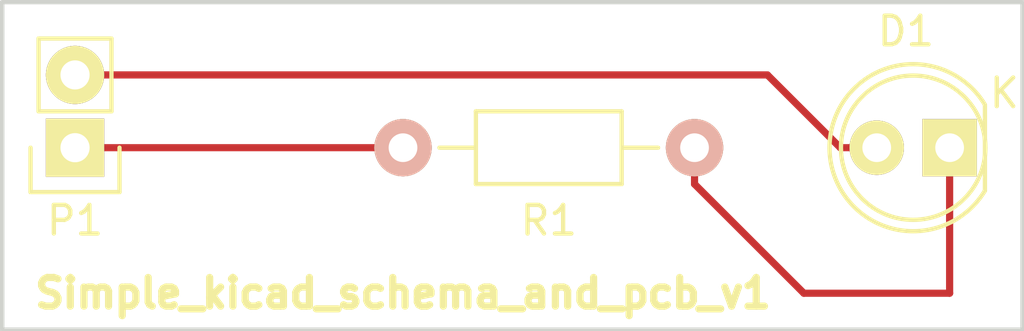
<source format=kicad_pcb>
(kicad_pcb (version 4) (host pcbnew 4.0.1-stable)

  (general
    (links 3)
    (no_connects 0)
    (area 105.334999 83.711 141.045001 95.325001)
    (thickness 1.6)
    (drawings 6)
    (tracks 8)
    (zones 0)
    (modules 3)
    (nets 4)
  )

  (page A4)
  (layers
    (0 F.Cu signal)
    (31 B.Cu signal)
    (32 B.Adhes user)
    (33 F.Adhes user)
    (34 B.Paste user)
    (35 F.Paste user)
    (36 B.SilkS user)
    (37 F.SilkS user)
    (38 B.Mask user)
    (39 F.Mask user)
    (40 Dwgs.User user)
    (41 Cmts.User user)
    (42 Eco1.User user)
    (43 Eco2.User user)
    (44 Edge.Cuts user)
    (45 Margin user)
    (46 B.CrtYd user)
    (47 F.CrtYd user)
    (48 B.Fab user)
    (49 F.Fab user)
  )

  (setup
    (last_trace_width 0.25)
    (trace_clearance 0.2)
    (zone_clearance 0.508)
    (zone_45_only no)
    (trace_min 0.2)
    (segment_width 0.2)
    (edge_width 0.15)
    (via_size 0.6)
    (via_drill 0.4)
    (via_min_size 0.4)
    (via_min_drill 0.3)
    (uvia_size 0.3)
    (uvia_drill 0.1)
    (uvias_allowed no)
    (uvia_min_size 0.2)
    (uvia_min_drill 0.1)
    (pcb_text_width 0.3)
    (pcb_text_size 1.5 1.5)
    (mod_edge_width 0.15)
    (mod_text_size 1 1)
    (mod_text_width 0.15)
    (pad_size 1.524 1.524)
    (pad_drill 0.762)
    (pad_to_mask_clearance 0.2)
    (aux_axis_origin 0 0)
    (visible_elements FFFFFF7F)
    (pcbplotparams
      (layerselection 0x010f0_80000001)
      (usegerberextensions true)
      (excludeedgelayer true)
      (linewidth 0.100000)
      (plotframeref false)
      (viasonmask false)
      (mode 1)
      (useauxorigin false)
      (hpglpennumber 1)
      (hpglpenspeed 20)
      (hpglpendiameter 15)
      (hpglpenoverlay 2)
      (psnegative false)
      (psa4output false)
      (plotreference true)
      (plotvalue true)
      (plotinvisibletext false)
      (padsonsilk false)
      (subtractmaskfromsilk false)
      (outputformat 1)
      (mirror false)
      (drillshape 0)
      (scaleselection 1)
      (outputdirectory output/simple_kicad_schema_and_pcb_v1/))
  )

  (net 0 "")
  (net 1 "Net-(D1-Pad1)")
  (net 2 GND)
  (net 3 VCC)

  (net_class Default "This is the default net class."
    (clearance 0.2)
    (trace_width 0.25)
    (via_dia 0.6)
    (via_drill 0.4)
    (uvia_dia 0.3)
    (uvia_drill 0.1)
    (add_net GND)
    (add_net "Net-(D1-Pad1)")
    (add_net VCC)
  )

  (module LEDs:LED-5MM (layer F.Cu) (tedit 5570F7EA) (tstamp 5688412A)
    (at 138.43 88.9 180)
    (descr "LED 5mm round vertical")
    (tags "LED 5mm round vertical")
    (path /56883C38)
    (fp_text reference D1 (at 1.524 4.064 180) (layer F.SilkS)
      (effects (font (size 1 1) (thickness 0.15)))
    )
    (fp_text value LED (at 1.524 -3.937 180) (layer F.Fab)
      (effects (font (size 1 1) (thickness 0.15)))
    )
    (fp_line (start -1.5 -1.55) (end -1.5 1.55) (layer F.CrtYd) (width 0.05))
    (fp_arc (start 1.3 0) (end -1.5 1.55) (angle -302) (layer F.CrtYd) (width 0.05))
    (fp_arc (start 1.27 0) (end -1.23 -1.5) (angle 297.5) (layer F.SilkS) (width 0.15))
    (fp_line (start -1.23 1.5) (end -1.23 -1.5) (layer F.SilkS) (width 0.15))
    (fp_circle (center 1.27 0) (end 0.97 -2.5) (layer F.SilkS) (width 0.15))
    (fp_text user K (at -1.905 1.905 180) (layer F.SilkS)
      (effects (font (size 1 1) (thickness 0.15)))
    )
    (pad 1 thru_hole rect (at 0 0 270) (size 2 1.9) (drill 1.00076) (layers *.Cu *.Mask F.SilkS)
      (net 1 "Net-(D1-Pad1)"))
    (pad 2 thru_hole circle (at 2.54 0 180) (size 1.9 1.9) (drill 1.00076) (layers *.Cu *.Mask F.SilkS)
      (net 2 GND))
    (model LEDs.3dshapes/LED-5MM.wrl
      (at (xyz 0.05 0 0))
      (scale (xyz 1 1 1))
      (rotate (xyz 0 0 90))
    )
  )

  (module Pin_Headers:Pin_Header_Straight_1x02 (layer F.Cu) (tedit 56884778) (tstamp 56884130)
    (at 107.95 88.9 180)
    (descr "Through hole pin header")
    (tags "pin header")
    (path /56883E2A)
    (fp_text reference P1 (at 0 -2.54 180) (layer F.SilkS)
      (effects (font (size 1 1) (thickness 0.15)))
    )
    (fp_text value Power (at -3.81 2.54 180) (layer F.Fab)
      (effects (font (size 1 1) (thickness 0.15)))
    )
    (fp_line (start 1.27 1.27) (end 1.27 3.81) (layer F.SilkS) (width 0.15))
    (fp_line (start 1.55 -1.55) (end 1.55 0) (layer F.SilkS) (width 0.15))
    (fp_line (start -1.75 -1.75) (end -1.75 4.3) (layer F.CrtYd) (width 0.05))
    (fp_line (start 1.75 -1.75) (end 1.75 4.3) (layer F.CrtYd) (width 0.05))
    (fp_line (start -1.75 -1.75) (end 1.75 -1.75) (layer F.CrtYd) (width 0.05))
    (fp_line (start -1.75 4.3) (end 1.75 4.3) (layer F.CrtYd) (width 0.05))
    (fp_line (start 1.27 1.27) (end -1.27 1.27) (layer F.SilkS) (width 0.15))
    (fp_line (start -1.55 0) (end -1.55 -1.55) (layer F.SilkS) (width 0.15))
    (fp_line (start -1.55 -1.55) (end 1.55 -1.55) (layer F.SilkS) (width 0.15))
    (fp_line (start -1.27 1.27) (end -1.27 3.81) (layer F.SilkS) (width 0.15))
    (fp_line (start -1.27 3.81) (end 1.27 3.81) (layer F.SilkS) (width 0.15))
    (pad 1 thru_hole rect (at 0 0 180) (size 2.032 2.032) (drill 1.016) (layers *.Cu *.Mask F.SilkS)
      (net 3 VCC))
    (pad 2 thru_hole oval (at 0 2.54 180) (size 2.032 2.032) (drill 1.016) (layers *.Cu *.Mask F.SilkS)
      (net 2 GND))
    (model Pin_Headers.3dshapes/Pin_Header_Straight_1x02.wrl
      (at (xyz 0 -0.05 0))
      (scale (xyz 1 1 1))
      (rotate (xyz 0 0 90))
    )
  )

  (module Resistors_ThroughHole:Resistor_Horizontal_RM10mm (layer F.Cu) (tedit 56884699) (tstamp 56884136)
    (at 124.46 88.9 180)
    (descr "Resistor, Axial,  RM 10mm, 1/3W,")
    (tags "Resistor, Axial, RM 10mm, 1/3W,")
    (path /56883BF9)
    (fp_text reference R1 (at 0 -2.54 180) (layer F.SilkS)
      (effects (font (size 1 1) (thickness 0.15)))
    )
    (fp_text value 330 (at 0 0 180) (layer F.Fab)
      (effects (font (size 1 1) (thickness 0.15)))
    )
    (fp_line (start -2.54 -1.27) (end 2.54 -1.27) (layer F.SilkS) (width 0.15))
    (fp_line (start 2.54 -1.27) (end 2.54 1.27) (layer F.SilkS) (width 0.15))
    (fp_line (start 2.54 1.27) (end -2.54 1.27) (layer F.SilkS) (width 0.15))
    (fp_line (start -2.54 1.27) (end -2.54 -1.27) (layer F.SilkS) (width 0.15))
    (fp_line (start -2.54 0) (end -3.81 0) (layer F.SilkS) (width 0.15))
    (fp_line (start 2.54 0) (end 3.81 0) (layer F.SilkS) (width 0.15))
    (pad 1 thru_hole circle (at -5.08 0 180) (size 1.99898 1.99898) (drill 1.00076) (layers *.Cu *.SilkS *.Mask)
      (net 1 "Net-(D1-Pad1)"))
    (pad 2 thru_hole circle (at 5.08 0 180) (size 1.99898 1.99898) (drill 1.00076) (layers *.Cu *.SilkS *.Mask)
      (net 3 VCC))
    (model Resistors_ThroughHole.3dshapes/Resistor_Horizontal_RM10mm.wrl
      (at (xyz 0 0 0))
      (scale (xyz 0.4 0.4 0.4))
      (rotate (xyz 0 0 0))
    )
  )

  (gr_line (start 105.41 95.25) (end 140.97 95.25) (angle 90) (layer Edge.Cuts) (width 0.15))
  (gr_line (start 105.41 83.82) (end 105.41 95.25) (angle 90) (layer Edge.Cuts) (width 0.15))
  (gr_line (start 140.97 83.82) (end 105.41 83.82) (angle 90) (layer Edge.Cuts) (width 0.15))
  (gr_line (start 140.97 83.82) (end 140.97 95.25) (angle 90) (layer Edge.Cuts) (width 0.15))
  (gr_text Simple_kicad_schema_and_pcb_v1 (at 119.38 93.98) (layer F.SilkS)
    (effects (font (size 1 1) (thickness 0.25)))
  )
  (gr_line (start 105.41 83.82) (end 105.41 95.25) (angle 90) (layer Edge.Cuts) (width 0.15))

  (segment (start 129.54 88.9) (end 129.54 90.17) (width 0.25) (layer F.Cu) (net 1))
  (segment (start 138.43 93.98) (end 138.43 88.9) (width 0.25) (layer F.Cu) (net 1) (tstamp 5688447A))
  (segment (start 133.35 93.98) (end 138.43 93.98) (width 0.25) (layer F.Cu) (net 1) (tstamp 56884478))
  (segment (start 129.54 90.17) (end 133.35 93.98) (width 0.25) (layer F.Cu) (net 1) (tstamp 56884472))
  (segment (start 135.89 88.9) (end 134.62 88.9) (width 0.25) (layer F.Cu) (net 2))
  (segment (start 132.08 86.36) (end 107.95 86.36) (width 0.25) (layer F.Cu) (net 2) (tstamp 56884486) (status 20))
  (segment (start 134.62 88.9) (end 132.08 86.36) (width 0.25) (layer F.Cu) (net 2) (tstamp 56884483))
  (segment (start 107.95 88.9) (end 119.38 88.9) (width 0.25) (layer F.Cu) (net 3) (status 10))

)

</source>
